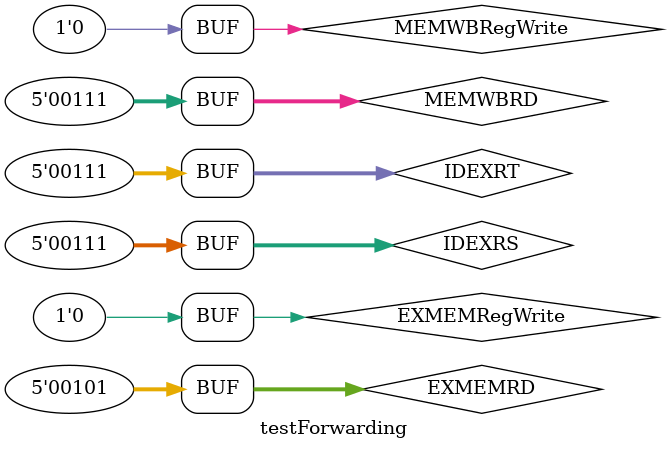
<source format=v>
`timescale 1ns / 1ps


module testForwarding;
reg [4:0] IDEXRS,IDEXRT,EXMEMRD,MEMWBRD;
reg EXMEMRegWrite,MEMWBRegWrite;
wire [1:0] forwardA,forwardB;

initial 
begin
$monitor("IDEXRS=%b,IDEXRT=%b,EXMEMRD=%b,MEMWBRD%b,EXMEMRegWrite=%b,MEMWBRegWrite=%b,forwardA=%b,forwardB=%b",IDEXRS,IDEXRT,EXMEMRD,MEMWBRD,EXMEMRegWrite,MEMWBRegWrite,forwardA,forwardB);
#5
IDEXRS=5'b00101;
IDEXRT=5'b00101;
EXMEMRD=5'b00101;
EXMEMRegWrite=1'b1;
#5
EXMEMRegWrite=1'b0;
MEMWBRegWrite=1'b1;
IDEXRS=5'b00111;
IDEXRT=5'b00111;
EXMEMRD=5'b00101;
MEMWBRD=5'b00111;
#5
EXMEMRegWrite=1'b0;
MEMWBRegWrite=1'b0;
IDEXRS=5'b00111;
IDEXRT=5'b00111;
EXMEMRD=5'b00101;
MEMWBRD=5'b00111;
end 
//forward f1(IDEXRS,IDEXRT,EXMEMRD,MEMWBRD,EXMEMRegWrite,MEMWBRegWrite,forwardA,forwardB);
ForwardUnit Forwarding_Block(forwardA,forwardB,EXMEMRegWrite,MEMWBRegWrite,EXMEMRD,MEMWBRD,IDEXRS,IDEXRT);
endmodule 

</source>
